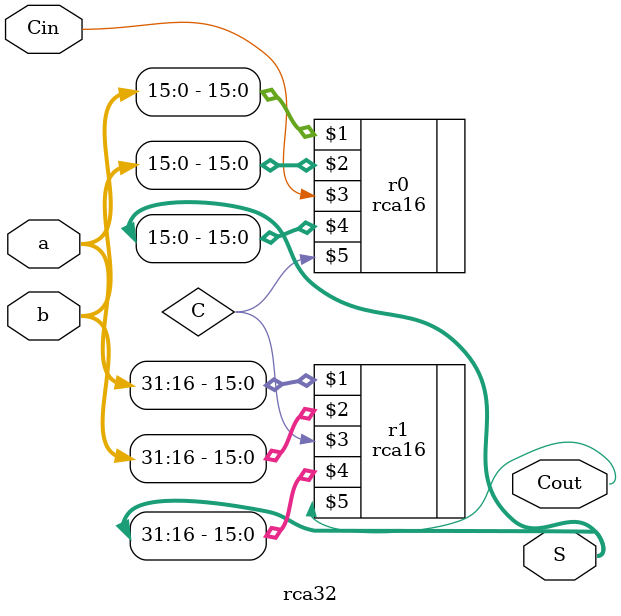
<source format=v>
`timescale 1ns / 1ps
module rca32(input [31:0]a, b, input Cin, output[31:0]S, output Cout);
wire C;
rca16 r0(a[15:0],b[15:0],Cin,S[15:0],C);
rca16 r1(a[31:16],b[31:16],C,S[31:16],Cout);
//assign sign=(a[31]|((cnt|(~unsign))^b[31])|Cout)&cnt&(~unsign);
endmodule

</source>
